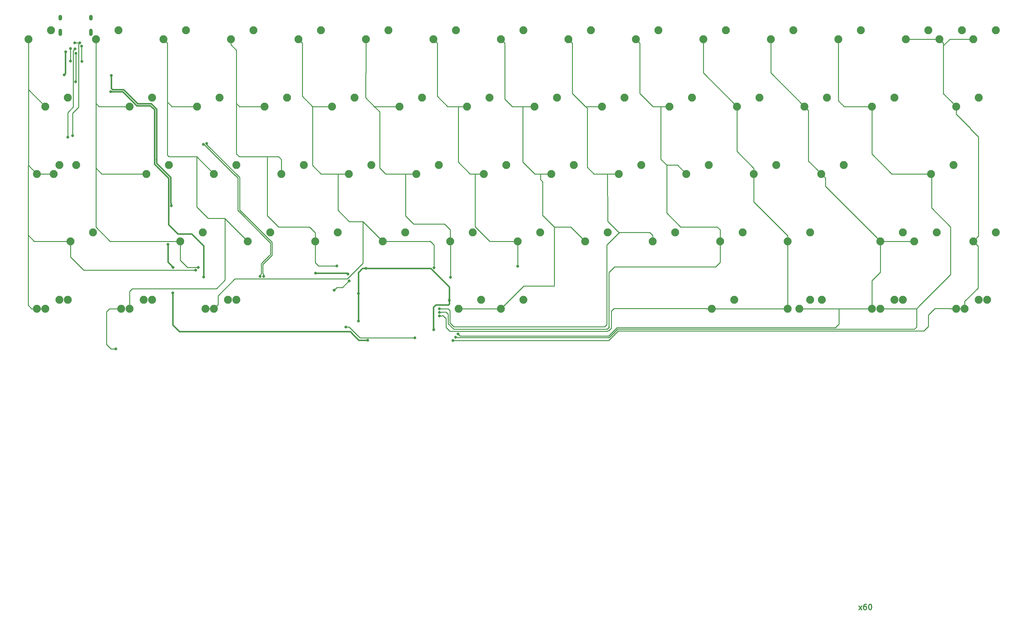
<source format=gbr>
G04 #@! TF.GenerationSoftware,KiCad,Pcbnew,(5.1.4)-1*
G04 #@! TF.CreationDate,2021-10-31T22:39:57+11:00*
G04 #@! TF.ProjectId,x60,7836302e-6b69-4636-9164-5f7063625858,rev?*
G04 #@! TF.SameCoordinates,Original*
G04 #@! TF.FileFunction,Copper,L1,Top*
G04 #@! TF.FilePolarity,Positive*
%FSLAX46Y46*%
G04 Gerber Fmt 4.6, Leading zero omitted, Abs format (unit mm)*
G04 Created by KiCad (PCBNEW (5.1.4)-1) date 2021-10-31 22:39:57*
%MOMM*%
%LPD*%
G04 APERTURE LIST*
%ADD10C,0.300000*%
%ADD11C,2.250000*%
%ADD12O,1.000000X2.100000*%
%ADD13O,1.000000X1.600000*%
%ADD14C,0.800000*%
%ADD15C,0.381000*%
%ADD16C,0.254000*%
G04 APERTURE END LIST*
D10*
X309472321Y-277459821D02*
X310258035Y-276459821D01*
X309472321Y-276459821D02*
X310258035Y-277459821D01*
X311472321Y-275959821D02*
X311186607Y-275959821D01*
X311043750Y-276031250D01*
X310972321Y-276102678D01*
X310829464Y-276316964D01*
X310758035Y-276602678D01*
X310758035Y-277174107D01*
X310829464Y-277316964D01*
X310900892Y-277388392D01*
X311043750Y-277459821D01*
X311329464Y-277459821D01*
X311472321Y-277388392D01*
X311543750Y-277316964D01*
X311615178Y-277174107D01*
X311615178Y-276816964D01*
X311543750Y-276674107D01*
X311472321Y-276602678D01*
X311329464Y-276531250D01*
X311043750Y-276531250D01*
X310900892Y-276602678D01*
X310829464Y-276674107D01*
X310758035Y-276816964D01*
X312543750Y-275959821D02*
X312686607Y-275959821D01*
X312829464Y-276031250D01*
X312900892Y-276102678D01*
X312972321Y-276245535D01*
X313043750Y-276531250D01*
X313043750Y-276888392D01*
X312972321Y-277174107D01*
X312900892Y-277316964D01*
X312829464Y-277388392D01*
X312686607Y-277459821D01*
X312543750Y-277459821D01*
X312400892Y-277388392D01*
X312329464Y-277316964D01*
X312258035Y-277174107D01*
X312186607Y-276888392D01*
X312186607Y-276531250D01*
X312258035Y-276245535D01*
X312329464Y-276102678D01*
X312400892Y-276031250D01*
X312543750Y-275959821D01*
D11*
X81343750Y-113628750D03*
X74993750Y-116168750D03*
D12*
X83980000Y-114260000D03*
X92620000Y-114260000D03*
D13*
X83980000Y-110080000D03*
X92620000Y-110080000D03*
D11*
X202787500Y-189911250D03*
X196437500Y-192451250D03*
X214757500Y-189881250D03*
X208407500Y-192421250D03*
X88487500Y-151728750D03*
X82137500Y-154268750D03*
X124206250Y-170778750D03*
X117856250Y-173318750D03*
X257533750Y-170818750D03*
X251183750Y-173358750D03*
X345662500Y-189828750D03*
X339312500Y-192368750D03*
X321850000Y-189828750D03*
X315500000Y-192368750D03*
X298975000Y-189828750D03*
X292625000Y-192368750D03*
X274225000Y-189828750D03*
X267875000Y-192368750D03*
X131350000Y-189828750D03*
X125000000Y-192368750D03*
X107537500Y-189828750D03*
X101187500Y-192368750D03*
X83725000Y-189828750D03*
X77375000Y-192368750D03*
X83725000Y-151728750D03*
X77375000Y-154268750D03*
X343281250Y-132678750D03*
X336931250Y-135218750D03*
X348043750Y-113628750D03*
X341693750Y-116168750D03*
X328993750Y-113628750D03*
X322643750Y-116168750D03*
X348043750Y-170778750D03*
X341693750Y-173318750D03*
X338518750Y-113628750D03*
X332168750Y-116168750D03*
X343281250Y-189828750D03*
X336931250Y-192368750D03*
X321850000Y-170778750D03*
X315500000Y-173318750D03*
X336137500Y-151728750D03*
X329787500Y-154268750D03*
X319468750Y-132678750D03*
X313118750Y-135218750D03*
X309943750Y-113628750D03*
X303593750Y-116168750D03*
X319468750Y-189828750D03*
X313118750Y-192368750D03*
X331375000Y-170778750D03*
X325025000Y-173318750D03*
X305181250Y-151728750D03*
X298831250Y-154268750D03*
X290893750Y-113628750D03*
X284543750Y-116168750D03*
X300418750Y-132678750D03*
X294068750Y-135218750D03*
X295656250Y-189828750D03*
X289306250Y-192368750D03*
X295656250Y-170778750D03*
X289306250Y-173318750D03*
X286131250Y-151728750D03*
X279781250Y-154268750D03*
X271843750Y-113628750D03*
X265493750Y-116168750D03*
X281368750Y-132678750D03*
X275018750Y-135218750D03*
X276606250Y-170778750D03*
X270256250Y-173318750D03*
X267081250Y-151728750D03*
X260731250Y-154268750D03*
X252793750Y-113628750D03*
X246443750Y-116168750D03*
X262318750Y-132678750D03*
X255968750Y-135218750D03*
X248031250Y-151728750D03*
X241681250Y-154268750D03*
X243268750Y-132678750D03*
X236918750Y-135218750D03*
X233743750Y-113628750D03*
X227393750Y-116168750D03*
X238506250Y-170778750D03*
X232156250Y-173318750D03*
X228981250Y-151728750D03*
X222631250Y-154268750D03*
X224218750Y-132678750D03*
X217868750Y-135218750D03*
X214693750Y-113628750D03*
X208343750Y-116168750D03*
X219456250Y-170778750D03*
X213106250Y-173318750D03*
X209931250Y-151728750D03*
X203581250Y-154268750D03*
X205168750Y-132678750D03*
X198818750Y-135218750D03*
X195643750Y-113628750D03*
X189293750Y-116168750D03*
X176593750Y-113628750D03*
X170243750Y-116168750D03*
X200406250Y-170778750D03*
X194056250Y-173318750D03*
X190881250Y-151728750D03*
X184531250Y-154268750D03*
X186118750Y-132678750D03*
X179768750Y-135218750D03*
X133731250Y-189828750D03*
X127381250Y-192368750D03*
X181356250Y-170778750D03*
X175006250Y-173318750D03*
X171831250Y-151728750D03*
X165481250Y-154268750D03*
X167068750Y-132678750D03*
X160718750Y-135218750D03*
X157543750Y-113628750D03*
X151193750Y-116168750D03*
X162306250Y-170778750D03*
X155956250Y-173318750D03*
X152781250Y-151728750D03*
X146431250Y-154268750D03*
X138493750Y-113628750D03*
X132143750Y-116168750D03*
X148018750Y-132678750D03*
X141668750Y-135218750D03*
X109918750Y-189828750D03*
X103568750Y-192368750D03*
X143256250Y-170778750D03*
X136906250Y-173318750D03*
X133731250Y-151728750D03*
X127381250Y-154268750D03*
X119443750Y-113628750D03*
X113093750Y-116168750D03*
X128968750Y-132678750D03*
X122618750Y-135218750D03*
X114681250Y-151728750D03*
X108331250Y-154268750D03*
X100393750Y-113628750D03*
X94043750Y-116168750D03*
X109918750Y-132678750D03*
X103568750Y-135218750D03*
X86106250Y-189828750D03*
X79756250Y-192368750D03*
X93250000Y-170778750D03*
X86900000Y-173318750D03*
X86106250Y-132678750D03*
X79756250Y-135218750D03*
D14*
X85065000Y-126255000D03*
X85540000Y-119780000D03*
X98355000Y-126435000D03*
X170762500Y-201322500D03*
X115765000Y-187945000D03*
X115855000Y-180695000D03*
X114395000Y-174215000D03*
X115345500Y-163315000D03*
X193797500Y-190061250D03*
X170297500Y-180951250D03*
X168177500Y-195861250D03*
X168177500Y-188121250D03*
X189377500Y-198361250D03*
X156095000Y-182355000D03*
X165195000Y-182585000D03*
X98195000Y-130995000D03*
X124505000Y-183395000D03*
X164563963Y-197573260D03*
X184068750Y-200590000D03*
X122197500Y-181521250D03*
X122917500Y-180731250D03*
X99645006Y-203782122D03*
X162057500Y-180317000D03*
X194117500Y-183511250D03*
X213137500Y-180421250D03*
X190987500Y-192391250D03*
X191007500Y-193401250D03*
X191007500Y-194401253D03*
X196295000Y-199528250D03*
X195567999Y-200437999D03*
X194815000Y-201345000D03*
X88175000Y-118955000D03*
X140428073Y-183248000D03*
X124411645Y-145958798D03*
X86095000Y-143935000D03*
X88065000Y-117235000D03*
X89519001Y-117245000D03*
X88065000Y-117235000D03*
X141427990Y-183235000D03*
X125358994Y-145638588D03*
X87475000Y-143465000D03*
X161297500Y-187131250D03*
X165499692Y-184553442D03*
X189501468Y-180807282D03*
X88405000Y-120205000D03*
X88345000Y-128215000D03*
X86875000Y-118855000D03*
X86875000Y-122373250D03*
X90023000Y-118135000D03*
X90135000Y-122485000D03*
D15*
X85464999Y-119855001D02*
X85540000Y-119780000D01*
X85464999Y-125855001D02*
X85464999Y-119855001D01*
X85065000Y-126255000D02*
X85464999Y-125855001D01*
X98355000Y-127000685D02*
X98355000Y-126435000D01*
X98435000Y-127080685D02*
X98355000Y-127000685D01*
X98435000Y-130115000D02*
X98435000Y-127080685D01*
X98733990Y-130413990D02*
X98435000Y-130115000D01*
X111155000Y-150115000D02*
X111155000Y-135923328D01*
X111136010Y-150133990D02*
X111155000Y-150115000D01*
X111155000Y-135923328D02*
X109675663Y-134443991D01*
X109675663Y-134443991D02*
X105858604Y-134443990D01*
X105858604Y-134443990D02*
X101828604Y-130413990D01*
X101828604Y-130413990D02*
X98733990Y-130413990D01*
X111155000Y-151263328D02*
X115136010Y-155244338D01*
X111155000Y-150115000D02*
X111155000Y-151263328D01*
X170762500Y-201322500D02*
X168282500Y-201322500D01*
X168282500Y-201322500D02*
X166875000Y-199915000D01*
X166875000Y-199915000D02*
X165845000Y-198885000D01*
X165845000Y-198885000D02*
X117735000Y-198885000D01*
X117735000Y-198885000D02*
X117615000Y-198885000D01*
X117615000Y-198885000D02*
X115725000Y-196995000D01*
X115725000Y-196995000D02*
X115725000Y-187985000D01*
X115725000Y-187985000D02*
X115765000Y-187945000D01*
X115455001Y-180295001D02*
X115455001Y-180235001D01*
X115855000Y-180695000D02*
X115455001Y-180295001D01*
X115455001Y-180235001D02*
X114395000Y-179175000D01*
X114395000Y-179175000D02*
X114395000Y-174215000D01*
X115136010Y-162539825D02*
X115136010Y-160806010D01*
X115345500Y-162749315D02*
X115136010Y-162539825D01*
X115345500Y-163315000D02*
X115345500Y-162749315D01*
X115136010Y-155244338D02*
X115136010Y-160806010D01*
X115136010Y-160806010D02*
X115136010Y-160995000D01*
X193797500Y-189495565D02*
X193767500Y-189465565D01*
X193797500Y-190061250D02*
X193797500Y-189495565D01*
X169297500Y-180951250D02*
X170297500Y-180951250D01*
X168207500Y-182041250D02*
X169297500Y-180951250D01*
X168127500Y-187441250D02*
X168127500Y-182041250D01*
X168127500Y-182041250D02*
X168207500Y-182041250D01*
X168177500Y-187491250D02*
X168127500Y-187441250D01*
X188527500Y-180951250D02*
X170297500Y-180951250D01*
X193797500Y-190061250D02*
X193797500Y-186221250D01*
X193797500Y-186221250D02*
X188527500Y-180951250D01*
X168177500Y-188121250D02*
X168177500Y-187491250D01*
X168177500Y-195861250D02*
X168177500Y-188121250D01*
X193797500Y-191091250D02*
X193797500Y-190061250D01*
X189377500Y-197795565D02*
X189297500Y-197715565D01*
X189377500Y-198361250D02*
X189377500Y-197795565D01*
X189297500Y-197715565D02*
X189297500Y-191971250D01*
X189297500Y-191971250D02*
X189977500Y-191291250D01*
X189977500Y-191291250D02*
X193597500Y-191291250D01*
X193597500Y-191291250D02*
X193797500Y-191091250D01*
X114555000Y-168585000D02*
X117235000Y-171265000D01*
X110555000Y-136145000D02*
X110555000Y-151485000D01*
X164965000Y-182355000D02*
X165195000Y-182585000D01*
X156095000Y-182355000D02*
X164965000Y-182355000D01*
X110555000Y-151485000D02*
X114555000Y-155485000D01*
X109435000Y-135025000D02*
X110555000Y-136145000D01*
X124465000Y-174625000D02*
X124445000Y-174645000D01*
X105617942Y-135025000D02*
X109435000Y-135025000D01*
X98195000Y-130995000D02*
X101587942Y-130995000D01*
X117235000Y-171265000D02*
X121105000Y-171265000D01*
X101587942Y-130995000D02*
X105617942Y-135025000D01*
X121105000Y-171265000D02*
X124465000Y-174625000D01*
X124445000Y-174645000D02*
X124445000Y-182215000D01*
X114555000Y-155485000D02*
X114555000Y-168585000D01*
X124505000Y-183395000D02*
X124505000Y-182308250D01*
X124505000Y-182308250D02*
X124445000Y-182248250D01*
D16*
X168576250Y-200590000D02*
X184068750Y-200590000D01*
X165559510Y-197573260D02*
X168576250Y-200590000D01*
X164563963Y-197573260D02*
X165559510Y-197573260D01*
X74993750Y-130456250D02*
X79756250Y-135218750D01*
X74993750Y-116168750D02*
X74993750Y-130456250D01*
X74993750Y-151887500D02*
X77375000Y-154268750D01*
X74993750Y-130456250D02*
X74993750Y-151887500D01*
X77375000Y-154268750D02*
X82137500Y-154268750D01*
X76645000Y-173318750D02*
X86900000Y-173318750D01*
X74902999Y-171576749D02*
X76645000Y-173318750D01*
X74993750Y-151887500D02*
X74902999Y-151978251D01*
X74902999Y-151978251D02*
X74902999Y-171576749D01*
X74902999Y-171576749D02*
X74902999Y-191420499D01*
X74902999Y-191420499D02*
X75772500Y-192290000D01*
X75784010Y-192368750D02*
X77375000Y-192368750D01*
X75772500Y-192357240D02*
X75784010Y-192368750D01*
X75772500Y-192290000D02*
X75772500Y-192357240D01*
X77375000Y-192368750D02*
X79756250Y-192368750D01*
X86900000Y-173318750D02*
X86900000Y-177793750D01*
X86900000Y-177793750D02*
X90147500Y-181041250D01*
X90147500Y-181041250D02*
X90627500Y-181521250D01*
X122197500Y-181521250D02*
X122557500Y-181521250D01*
X90627500Y-181521250D02*
X122197500Y-181521250D01*
X94901250Y-135218750D02*
X103568750Y-135218750D01*
X94043750Y-116168750D02*
X94043750Y-134361250D01*
X94043750Y-134361250D02*
X94901250Y-135218750D01*
X95695000Y-154268750D02*
X108331250Y-154268750D01*
X94043750Y-134361250D02*
X94043750Y-152617500D01*
X94043750Y-152617500D02*
X95695000Y-154268750D01*
X98076250Y-173318750D02*
X117856250Y-173318750D01*
X94043750Y-152617500D02*
X94043750Y-169286250D01*
X94043750Y-169286250D02*
X98076250Y-173318750D01*
X117856250Y-173318750D02*
X117856250Y-178690000D01*
X117856250Y-178690000D02*
X119897500Y-180731250D01*
X119897500Y-180731250D02*
X122917500Y-180731250D01*
X122917500Y-180731250D02*
X122967500Y-180731250D01*
X115538750Y-135218750D02*
X122618750Y-135218750D01*
X114218749Y-133898749D02*
X115538750Y-135218750D01*
X113093750Y-116168750D02*
X114218749Y-117293749D01*
X114218749Y-117293749D02*
X114218749Y-133898749D01*
X114218749Y-133898749D02*
X114218749Y-148979999D01*
X114218749Y-148979999D02*
X114666250Y-149427500D01*
X122540000Y-149427500D02*
X127381250Y-154268750D01*
X114666250Y-149427500D02*
X122540000Y-149427500D01*
X130509375Y-166921875D02*
X136906250Y-173318750D01*
X103568750Y-187542500D02*
X103568750Y-192368750D01*
X103553750Y-187527500D02*
X103568750Y-187542500D01*
X104347500Y-186733750D02*
X103553750Y-187527500D01*
X128096250Y-186733750D02*
X104347500Y-186733750D01*
X130509375Y-166921875D02*
X130509375Y-184320625D01*
X130509375Y-184320625D02*
X128096250Y-186733750D01*
X99596510Y-192368750D02*
X99590260Y-192375000D01*
X101187500Y-192368750D02*
X99596510Y-192368750D01*
X99590260Y-192375000D02*
X97875000Y-192375000D01*
X97875000Y-192375000D02*
X97025000Y-193225000D01*
X97025000Y-193225000D02*
X97025000Y-202485000D01*
X97025000Y-202485000D02*
X98322122Y-203782122D01*
X98322122Y-203782122D02*
X99645006Y-203782122D01*
X130413750Y-166826250D02*
X130509375Y-166921875D01*
X125783750Y-166826250D02*
X130413750Y-166826250D01*
X122540000Y-163582500D02*
X125783750Y-166826250D01*
X122540000Y-149427500D02*
X122540000Y-163582500D01*
X134588750Y-135218750D02*
X141668750Y-135218750D01*
X133716250Y-134346250D02*
X134588750Y-135218750D01*
X133716250Y-119332240D02*
X133716250Y-134346250D01*
X132143750Y-116168750D02*
X132143750Y-117759740D01*
X132143750Y-117759740D02*
X133716250Y-119332240D01*
X146431250Y-150236250D02*
X146431250Y-154268750D01*
X145622500Y-149427500D02*
X146431250Y-150236250D01*
X133716250Y-134346250D02*
X133716250Y-148633750D01*
X133716250Y-148633750D02*
X134510000Y-149427500D01*
X142447500Y-149427500D02*
X145622500Y-149427500D01*
X134510000Y-149427500D02*
X142447500Y-149427500D01*
X155956250Y-170873750D02*
X155956250Y-173318750D01*
X154353750Y-169271250D02*
X155956250Y-170873750D01*
X145622500Y-169271250D02*
X154353750Y-169271250D01*
X142447500Y-149427500D02*
X142447500Y-166096250D01*
X142447500Y-166096250D02*
X145622500Y-169271250D01*
X155956250Y-179410000D02*
X155956250Y-173318750D01*
X162057500Y-180317000D02*
X156863250Y-180317000D01*
X156863250Y-180317000D02*
X155956250Y-179410000D01*
X172688750Y-135218750D02*
X179768750Y-135218750D01*
X170228750Y-132758750D02*
X172688750Y-135218750D01*
X170228750Y-125708750D02*
X170228750Y-132758750D01*
X170243750Y-116168750D02*
X170243750Y-125693750D01*
X170243750Y-125693750D02*
X170228750Y-125708750D01*
X174197500Y-152602500D02*
X175863750Y-154268750D01*
X172688750Y-135218750D02*
X174197500Y-136727500D01*
X174197500Y-136727500D02*
X174197500Y-152602500D01*
X181420000Y-154268750D02*
X184531250Y-154268750D01*
X175863750Y-154268750D02*
X181420000Y-154268750D01*
X194056250Y-170080000D02*
X194056250Y-173318750D01*
X192453750Y-168477500D02*
X194056250Y-170080000D01*
X183722500Y-168477500D02*
X192453750Y-168477500D01*
X181420000Y-154268750D02*
X181420000Y-166175000D01*
X181420000Y-166175000D02*
X183722500Y-168477500D01*
X194117500Y-173380000D02*
X194056250Y-173318750D01*
X194117500Y-183511250D02*
X194117500Y-173380000D01*
X190418749Y-132311249D02*
X193326250Y-135218750D01*
X189293750Y-116168750D02*
X190418749Y-117293749D01*
X190418749Y-117293749D02*
X190418749Y-132311249D01*
X196343750Y-135218750D02*
X198818750Y-135218750D01*
X193326250Y-135218750D02*
X196343750Y-135218750D01*
X196346749Y-150939249D02*
X199676250Y-154268750D01*
X196346749Y-137445499D02*
X196346749Y-150939249D01*
X196343750Y-135218750D02*
X196343750Y-137442500D01*
X196343750Y-137442500D02*
X196346749Y-137445499D01*
X201106250Y-154268750D02*
X203581250Y-154268750D01*
X199676250Y-154268750D02*
X201106250Y-154268750D01*
X205232500Y-173318750D02*
X213106250Y-173318750D01*
X201109249Y-169195499D02*
X205232500Y-173318750D01*
X201109249Y-156495499D02*
X201109249Y-169195499D01*
X201106250Y-154268750D02*
X201106250Y-156492500D01*
X201106250Y-156492500D02*
X201109249Y-156495499D01*
X213137500Y-173350000D02*
X213106250Y-173318750D01*
X213137500Y-180421250D02*
X213137500Y-173350000D01*
X209468749Y-133104999D02*
X211582500Y-135218750D01*
X208343750Y-116168750D02*
X209468749Y-117293749D01*
X209468749Y-117293749D02*
X209468749Y-133104999D01*
X214600000Y-135218750D02*
X217868750Y-135218750D01*
X211582500Y-135218750D02*
X214600000Y-135218750D01*
X214600000Y-135218750D02*
X214600000Y-150936250D01*
X214600000Y-150936250D02*
X217932500Y-154268750D01*
X220159249Y-156495499D02*
X220159249Y-166020499D01*
X219520000Y-155856250D02*
X220159249Y-156495499D01*
X219520000Y-154268750D02*
X219520000Y-155856250D01*
X219520000Y-154268750D02*
X222631250Y-154268750D01*
X217932500Y-154268750D02*
X219520000Y-154268750D01*
X220159249Y-166020499D02*
X223410000Y-169271250D01*
X228108750Y-169271250D02*
X232156250Y-173318750D01*
X223410000Y-169271250D02*
X228108750Y-169271250D01*
X223410000Y-169271250D02*
X223410000Y-185940000D01*
X214772500Y-185940000D02*
X208343750Y-192368750D01*
X223410000Y-185940000D02*
X214772500Y-185940000D01*
X208343750Y-192368750D02*
X196437500Y-192368750D01*
X232220000Y-135218750D02*
X236918750Y-135218750D01*
X228518749Y-131517499D02*
X232220000Y-135218750D01*
X227393750Y-116168750D02*
X228518749Y-117293749D01*
X228518749Y-117293749D02*
X228518749Y-131517499D01*
X232723251Y-152390751D02*
X234601250Y-154268750D01*
X232220000Y-135218750D02*
X232723251Y-135722001D01*
X232723251Y-135722001D02*
X232723251Y-152390751D01*
X238412500Y-160587500D02*
X238491250Y-160666250D01*
X238412500Y-154268750D02*
X238412500Y-160587500D01*
X238412500Y-154268750D02*
X241681250Y-154268750D01*
X234601250Y-154268750D02*
X238412500Y-154268750D01*
X238491250Y-160666250D02*
X238491250Y-167683750D01*
X238491250Y-167683750D02*
X241666250Y-170858750D01*
X251183750Y-171645000D02*
X251183750Y-173358750D01*
X250397500Y-170858750D02*
X251183750Y-171645000D01*
X238287151Y-196921599D02*
X238287151Y-174406599D01*
X237677500Y-197531250D02*
X238287151Y-196921599D01*
X195067500Y-197531250D02*
X237677500Y-197531250D01*
X193965499Y-196429249D02*
X195067500Y-197531250D01*
X241666250Y-170858750D02*
X241835000Y-170858750D01*
X190987500Y-192391250D02*
X193457500Y-192391250D01*
X238287151Y-174406599D02*
X241835000Y-170858750D01*
X193457500Y-192391250D02*
X193967500Y-192901250D01*
X193967500Y-192901250D02*
X193965499Y-192903251D01*
X241835000Y-170858750D02*
X250397500Y-170858750D01*
X193965499Y-192903251D02*
X193965499Y-196429249D01*
X247568749Y-131517499D02*
X251270000Y-135218750D01*
X246443750Y-116168750D02*
X247568749Y-117293749D01*
X247568749Y-117293749D02*
X247568749Y-131517499D01*
X253496749Y-137445499D02*
X253496749Y-150145499D01*
X253493750Y-137442500D02*
X253496749Y-137445499D01*
X253493750Y-135218750D02*
X253493750Y-137442500D01*
X253493750Y-135218750D02*
X255968750Y-135218750D01*
X251270000Y-135218750D02*
X253493750Y-135218750D01*
X258271250Y-151808750D02*
X260731250Y-154268750D01*
X270256250Y-170080000D02*
X270256250Y-173318750D01*
X269447500Y-169271250D02*
X270256250Y-170080000D01*
X259128750Y-169271250D02*
X269447500Y-169271250D01*
X255160000Y-151808750D02*
X255160000Y-165302500D01*
X255160000Y-165302500D02*
X259128750Y-169271250D01*
X270256250Y-179302500D02*
X269017500Y-180541250D01*
X270256250Y-173318750D02*
X270256250Y-179302500D01*
X269017500Y-180541250D02*
X240477500Y-180541250D01*
X240477500Y-180541250D02*
X239267500Y-181751250D01*
X239267500Y-181751250D02*
X238817500Y-182201250D01*
X238817500Y-182201250D02*
X238817500Y-197831250D01*
X191573185Y-193401250D02*
X191613185Y-193361250D01*
X191007500Y-193401250D02*
X191573185Y-193401250D01*
X191613185Y-193361250D02*
X192897500Y-193361250D01*
X193511489Y-196617306D02*
X195085433Y-198191250D01*
X192897500Y-193361250D02*
X193511489Y-193975239D01*
X193511489Y-193975239D02*
X193511489Y-196617306D01*
X195085433Y-198191250D02*
X196047500Y-198191250D01*
X196047500Y-198191250D02*
X238347500Y-198191250D01*
X238347500Y-198191250D02*
X239027500Y-197511250D01*
X253496749Y-150145499D02*
X253505499Y-150145499D01*
X255168750Y-151808750D02*
X258271250Y-151808750D01*
X253505499Y-150145499D02*
X255168750Y-151808750D01*
X267875000Y-192368750D02*
X289306250Y-192368750D01*
X289306250Y-190777760D02*
X289306250Y-173318750D01*
X289306250Y-192368750D02*
X289306250Y-190777760D01*
X279781250Y-155859740D02*
X279781250Y-154268750D01*
X279781250Y-162202760D02*
X279781250Y-155859740D01*
X289306250Y-171727760D02*
X279781250Y-162202760D01*
X289306250Y-173318750D02*
X289306250Y-171727760D01*
X275018750Y-136809740D02*
X275018750Y-135218750D01*
X275018750Y-147915260D02*
X275018750Y-136809740D01*
X279781250Y-152677760D02*
X275018750Y-147915260D01*
X279781250Y-154268750D02*
X279781250Y-152677760D01*
X265493750Y-125693750D02*
X265493750Y-116168750D01*
X275018750Y-135218750D02*
X265493750Y-125693750D01*
X266284010Y-192368750D02*
X267875000Y-192368750D01*
X266236510Y-192321250D02*
X266284010Y-192368750D01*
X240287500Y-192321250D02*
X266236510Y-192321250D01*
X238847500Y-198591250D02*
X239547500Y-197891250D01*
X238589567Y-198591250D02*
X238847500Y-198591250D01*
X238379567Y-198801250D02*
X238589567Y-198591250D01*
X239547500Y-193061250D02*
X240287500Y-192321250D01*
X191573185Y-194401253D02*
X191583188Y-194391250D01*
X239547500Y-197891250D02*
X239547500Y-193061250D01*
X191007500Y-194401253D02*
X191573185Y-194401253D01*
X191583188Y-194391250D02*
X192047500Y-194391250D01*
X192047500Y-194391250D02*
X192847500Y-195191250D01*
X193997500Y-198801250D02*
X238379567Y-198801250D01*
X192847500Y-195191250D02*
X192847500Y-197651250D01*
X192847500Y-197651250D02*
X193997500Y-198801250D01*
X284543750Y-125693750D02*
X294068750Y-135218750D01*
X284543750Y-116168750D02*
X284543750Y-125693750D01*
X297706251Y-153143751D02*
X298831250Y-154268750D01*
X295193749Y-150631249D02*
X297706251Y-153143751D01*
X295193749Y-136343749D02*
X295193749Y-150631249D01*
X294068750Y-135218750D02*
X295193749Y-136343749D01*
X314375001Y-172193751D02*
X315500000Y-173318750D01*
X299956249Y-157774999D02*
X314375001Y-172193751D01*
X299956249Y-155393749D02*
X299956249Y-157774999D01*
X298831250Y-154268750D02*
X299956249Y-155393749D01*
X313118750Y-190777760D02*
X313118750Y-192368750D01*
X313118750Y-184488816D02*
X313118750Y-190777760D01*
X315500000Y-182107566D02*
X313118750Y-184488816D01*
X315500000Y-173318750D02*
X315500000Y-182107566D01*
X313118750Y-192368750D02*
X311527760Y-192368750D01*
X315500000Y-173318750D02*
X325025000Y-173318750D01*
X303765000Y-192368750D02*
X292625000Y-192368750D01*
X303965000Y-192368750D02*
X303765000Y-192368750D01*
X311527760Y-192368750D02*
X303965000Y-192368750D01*
X303765000Y-196735000D02*
X303765000Y-192368750D01*
X196891999Y-200125249D02*
X238744751Y-200125249D01*
X196295000Y-199528250D02*
X196891999Y-200125249D01*
X238744751Y-200125249D02*
X241115000Y-197755000D01*
X241115000Y-197755000D02*
X302805000Y-197755000D01*
X302805000Y-197755000D02*
X303795000Y-196765000D01*
X303795000Y-196765000D02*
X303765000Y-196735000D01*
X305245000Y-135218750D02*
X313118750Y-135218750D01*
X303593750Y-116168750D02*
X303593750Y-133567500D01*
X303593750Y-133567500D02*
X305245000Y-135218750D01*
X313118750Y-135218750D02*
X313118750Y-148648750D01*
X318738750Y-154268750D02*
X329787500Y-154268750D01*
X313118750Y-148648750D02*
X318738750Y-154268750D01*
X329922999Y-154404249D02*
X329922999Y-163865499D01*
X329787500Y-154268750D02*
X329922999Y-154404249D01*
X329922999Y-163865499D02*
X335328750Y-169271250D01*
X335328750Y-169271250D02*
X335328750Y-182765000D01*
X325725000Y-192368750D02*
X315500000Y-192368750D01*
X335328750Y-182765000D02*
X326595000Y-191498750D01*
X326595000Y-191498750D02*
X325725000Y-192368750D01*
X325725000Y-197545000D02*
X325725000Y-192368750D01*
X196133684Y-200437999D02*
X196274944Y-200579259D01*
X195567999Y-200437999D02*
X196133684Y-200437999D01*
X196274944Y-200579259D02*
X238932807Y-200579259D01*
X238932807Y-200579259D02*
X241303056Y-198209010D01*
X241303056Y-198209010D02*
X325060990Y-198209010D01*
X325060990Y-198209010D02*
X325725000Y-197545000D01*
X322643750Y-116168750D02*
X332168750Y-116168750D01*
X335806251Y-134093751D02*
X336931250Y-135218750D01*
X333293749Y-131581249D02*
X335806251Y-134093751D01*
X332168750Y-116168750D02*
X333293749Y-117293749D01*
X333293749Y-117958817D02*
X333293749Y-118023749D01*
X335083816Y-116168750D02*
X333293749Y-117958817D01*
X341693750Y-116168750D02*
X335083816Y-116168750D01*
X333293749Y-117293749D02*
X333293749Y-118023749D01*
X333293749Y-118023749D02*
X333293749Y-131581249D01*
X342818749Y-172193751D02*
X341693750Y-173318750D01*
X336931250Y-135218750D02*
X336931250Y-137383684D01*
X336931250Y-137383684D02*
X340885000Y-141337434D01*
X340885000Y-141337434D02*
X340885000Y-141490000D01*
X340885000Y-141490000D02*
X343182849Y-143787849D01*
X343182849Y-143787849D02*
X343182849Y-171829651D01*
X343182849Y-171829651D02*
X342818749Y-172193751D01*
X343062151Y-174687151D02*
X343062151Y-186529651D01*
X341693750Y-173318750D02*
X343062151Y-174687151D01*
X339312500Y-190279302D02*
X339312500Y-192368750D01*
X343062151Y-186529651D02*
X339312500Y-190279302D01*
X339312500Y-192368750D02*
X336931250Y-192368750D01*
X335336510Y-192365000D02*
X335340260Y-192368750D01*
X330855000Y-192365000D02*
X335336510Y-192365000D01*
X328995000Y-197395000D02*
X328995000Y-194225000D01*
X238809132Y-201345000D02*
X241491112Y-198663020D01*
X194815000Y-201345000D02*
X238809132Y-201345000D01*
X241491112Y-198663020D02*
X325249047Y-198663020D01*
X335340260Y-192368750D02*
X336931250Y-192368750D01*
X325249047Y-198663020D02*
X325277067Y-198635000D01*
X328995000Y-194225000D02*
X330855000Y-192365000D01*
X325277067Y-198635000D02*
X327755000Y-198635000D01*
X327755000Y-198635000D02*
X328995000Y-197395000D01*
X87602001Y-119527999D02*
X87602001Y-129307999D01*
X88175000Y-118955000D02*
X87602001Y-119527999D01*
X140428073Y-182831927D02*
X140690990Y-182569010D01*
X140428073Y-183248000D02*
X140428073Y-182831927D01*
X140690990Y-182569010D02*
X140690990Y-182035000D01*
X140956943Y-179410990D02*
X140966944Y-179410990D01*
X140690990Y-182035000D02*
X140690990Y-179676943D01*
X140690990Y-179676943D02*
X140956943Y-179410990D01*
X140966944Y-179410990D02*
X141733967Y-178643967D01*
X143037151Y-177340783D02*
X143037151Y-177332849D01*
X141733967Y-178643967D02*
X143037151Y-177340783D01*
X143037151Y-177332849D02*
X143325000Y-177045000D01*
X143325000Y-177045000D02*
X143315000Y-177035000D01*
X143315000Y-177035000D02*
X143315000Y-173775000D01*
X143315000Y-173775000D02*
X143305000Y-173775000D01*
X141165000Y-171635000D02*
X141015000Y-171485000D01*
X143305000Y-173775000D02*
X141165000Y-171635000D01*
X134205000Y-164675000D02*
X134100000Y-164570000D01*
X134345000Y-164815000D02*
X134147023Y-164617024D01*
X134345000Y-164815000D02*
X134205000Y-164675000D01*
X135480000Y-165950000D02*
X134147023Y-164617024D01*
X135480000Y-165950000D02*
X134345000Y-164815000D01*
X141165000Y-171635000D02*
X135480000Y-165950000D01*
X134147023Y-164617024D02*
X134147023Y-155465000D01*
X134147023Y-155465000D02*
X134147023Y-155437023D01*
X133325000Y-154615000D02*
X133275000Y-154615000D01*
X133325000Y-154615000D02*
X133225000Y-154515000D01*
X134147023Y-155437023D02*
X133325000Y-154615000D01*
X133275000Y-154615000D02*
X124595000Y-145935000D01*
X124595000Y-145935000D02*
X124435443Y-145935000D01*
X124435443Y-145935000D02*
X124411645Y-145958798D01*
X87602001Y-129307999D02*
X87602001Y-135442001D01*
X87602001Y-135442001D02*
X87577999Y-135442001D01*
X87577999Y-135442001D02*
X86605000Y-136415000D01*
X86605000Y-136415000D02*
X86095000Y-136925000D01*
X86095000Y-136925000D02*
X86095000Y-143935000D01*
X89519001Y-117245000D02*
X88075000Y-117245000D01*
X88075000Y-117245000D02*
X88065000Y-117235000D01*
X89132001Y-117632000D02*
X89132001Y-129232001D01*
X89519001Y-117245000D02*
X89132001Y-117632000D01*
X141427990Y-182669315D02*
X141427990Y-183235000D01*
X141145000Y-182386325D02*
X141427990Y-182669315D01*
X141145000Y-179865000D02*
X141145000Y-182386325D01*
X141397067Y-171215000D02*
X143769010Y-173586943D01*
X141395000Y-171215000D02*
X141397067Y-171215000D01*
X141155000Y-179865000D02*
X141145000Y-179865000D01*
X143769010Y-173586943D02*
X143769010Y-176229010D01*
X143769010Y-176229010D02*
X143779009Y-176239009D01*
X143779009Y-176239009D02*
X143779009Y-177240991D01*
X143779009Y-177240991D02*
X141155000Y-179865000D01*
X141395000Y-171215000D02*
X141387066Y-171215000D01*
X134601033Y-164428967D02*
X134601033Y-155298967D01*
X141387066Y-171215000D02*
X134601033Y-164428967D01*
X125327066Y-145975000D02*
X125277066Y-145975000D01*
X134601033Y-155298967D02*
X134601032Y-155248966D01*
X134601032Y-155248966D02*
X125327066Y-145975000D01*
X125277066Y-145975000D02*
X125126033Y-145823967D01*
X125126033Y-145823967D02*
X125173615Y-145823967D01*
X125173615Y-145823967D02*
X125358994Y-145638588D01*
X89132001Y-129232001D02*
X89132001Y-135397999D01*
X87444249Y-143314249D02*
X87505000Y-143375000D01*
X89132001Y-135397999D02*
X87444249Y-137085751D01*
X87475000Y-142855000D02*
X87475000Y-143535000D01*
X87444249Y-142824249D02*
X87475000Y-142855000D01*
X87444249Y-142824249D02*
X87444249Y-143314249D01*
X87444249Y-137085751D02*
X87444249Y-142824249D01*
X162034740Y-186394010D02*
X163634740Y-186394010D01*
X161297500Y-187131250D02*
X162034740Y-186394010D01*
X163634740Y-186394010D02*
X165487500Y-184541250D01*
X165487500Y-184541250D02*
X165499692Y-184553442D01*
X155226250Y-135218750D02*
X160718750Y-135218750D01*
X152318749Y-132311249D02*
X155226250Y-135218750D01*
X151193750Y-116168750D02*
X152318749Y-117293749D01*
X152318749Y-117293749D02*
X152318749Y-132311249D01*
X155226250Y-135218750D02*
X155226250Y-151887500D01*
X155226250Y-151887500D02*
X157607500Y-154268750D01*
X162370000Y-154268750D02*
X165481250Y-154268750D01*
X157607500Y-154268750D02*
X162370000Y-154268750D01*
X169450000Y-167762500D02*
X175006250Y-173318750D01*
X127381250Y-192368750D02*
X125000000Y-192368750D01*
X189501468Y-180807282D02*
X189501468Y-174395218D01*
X189501468Y-174395218D02*
X188377500Y-173271250D01*
X188330000Y-173318750D02*
X175006250Y-173318750D01*
X188377500Y-173271250D02*
X188330000Y-173318750D01*
X169450000Y-179575000D02*
X169450000Y-167762500D01*
X165050000Y-183975000D02*
X169450000Y-179575000D01*
X133265000Y-183975000D02*
X165050000Y-183975000D01*
X128506249Y-188733751D02*
X133265000Y-183975000D01*
X127381250Y-192368750D02*
X128506249Y-191243751D01*
X128506249Y-191243751D02*
X128506249Y-188733751D01*
X165557500Y-167762500D02*
X169450000Y-167762500D01*
X162370000Y-164575000D02*
X165557500Y-167762500D01*
X162370000Y-154268750D02*
X162370000Y-164575000D01*
X88405000Y-120205000D02*
X88405000Y-128155000D01*
X88405000Y-128155000D02*
X88345000Y-128215000D01*
X86875000Y-118855000D02*
X86875000Y-122373250D01*
X90023000Y-118135000D02*
X90023000Y-122373000D01*
X90023000Y-122373000D02*
X90135000Y-122485000D01*
M02*

</source>
